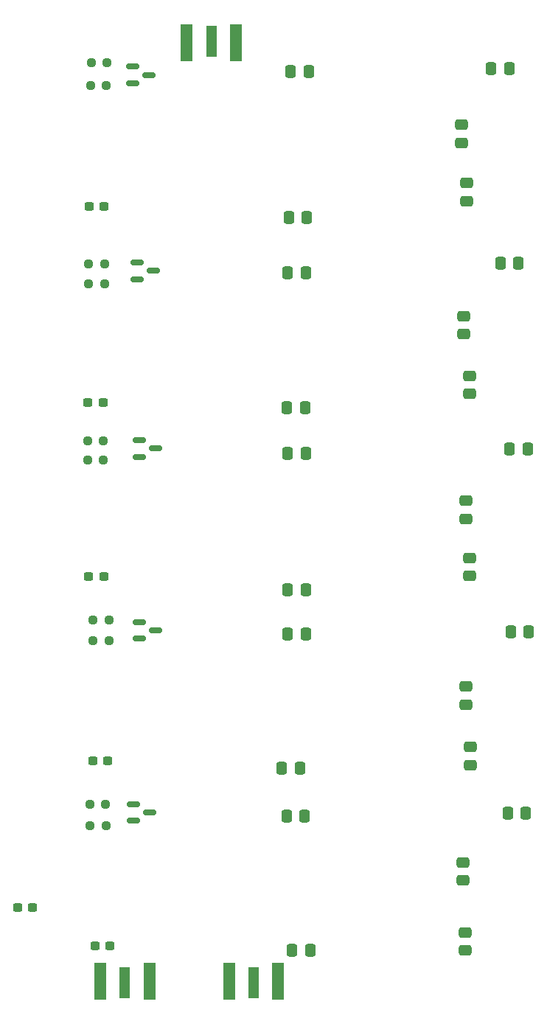
<source format=gbr>
%TF.GenerationSoftware,KiCad,Pcbnew,(6.0.2)*%
%TF.CreationDate,2022-11-12T12:21:54-08:00*%
%TF.ProjectId,cwaz_lpf,6377617a-5f6c-4706-962e-6b696361645f,rev?*%
%TF.SameCoordinates,Original*%
%TF.FileFunction,Paste,Top*%
%TF.FilePolarity,Positive*%
%FSLAX46Y46*%
G04 Gerber Fmt 4.6, Leading zero omitted, Abs format (unit mm)*
G04 Created by KiCad (PCBNEW (6.0.2)) date 2022-11-12 12:21:54*
%MOMM*%
%LPD*%
G01*
G04 APERTURE LIST*
G04 Aperture macros list*
%AMRoundRect*
0 Rectangle with rounded corners*
0 $1 Rounding radius*
0 $2 $3 $4 $5 $6 $7 $8 $9 X,Y pos of 4 corners*
0 Add a 4 corners polygon primitive as box body*
4,1,4,$2,$3,$4,$5,$6,$7,$8,$9,$2,$3,0*
0 Add four circle primitives for the rounded corners*
1,1,$1+$1,$2,$3*
1,1,$1+$1,$4,$5*
1,1,$1+$1,$6,$7*
1,1,$1+$1,$8,$9*
0 Add four rect primitives between the rounded corners*
20,1,$1+$1,$2,$3,$4,$5,0*
20,1,$1+$1,$4,$5,$6,$7,0*
20,1,$1+$1,$6,$7,$8,$9,0*
20,1,$1+$1,$8,$9,$2,$3,0*%
G04 Aperture macros list end*
%ADD10RoundRect,0.250000X0.337500X0.475000X-0.337500X0.475000X-0.337500X-0.475000X0.337500X-0.475000X0*%
%ADD11RoundRect,0.150000X-0.587500X-0.150000X0.587500X-0.150000X0.587500X0.150000X-0.587500X0.150000X0*%
%ADD12RoundRect,0.237500X0.250000X0.237500X-0.250000X0.237500X-0.250000X-0.237500X0.250000X-0.237500X0*%
%ADD13RoundRect,0.250000X-0.475000X0.337500X-0.475000X-0.337500X0.475000X-0.337500X0.475000X0.337500X0*%
%ADD14RoundRect,0.237500X0.300000X0.237500X-0.300000X0.237500X-0.300000X-0.237500X0.300000X-0.237500X0*%
%ADD15R,1.270000X3.600000*%
%ADD16R,1.350000X4.200000*%
%ADD17RoundRect,0.250000X-0.337500X-0.475000X0.337500X-0.475000X0.337500X0.475000X-0.337500X0.475000X0*%
%ADD18RoundRect,0.250000X0.475000X-0.337500X0.475000X0.337500X-0.475000X0.337500X-0.475000X-0.337500X0*%
G04 APERTURE END LIST*
D10*
%TO.C,C5*%
X114337500Y-84500000D03*
X112262500Y-84500000D03*
%TD*%
D11*
%TO.C,Q1*%
X94525000Y-45350000D03*
X94525000Y-47250000D03*
X96400000Y-46300000D03*
%TD*%
D12*
%TO.C,R2*%
X91325000Y-68000000D03*
X89500000Y-68000000D03*
%TD*%
%TO.C,R1*%
X91612500Y-44900000D03*
X89787500Y-44900000D03*
%TD*%
D11*
%TO.C,Q3*%
X95325000Y-88250000D03*
X95325000Y-90150000D03*
X97200000Y-89200000D03*
%TD*%
D13*
%TO.C,C8*%
X133200000Y-80862500D03*
X133200000Y-82937500D03*
%TD*%
D12*
%TO.C,R5*%
X91312500Y-70300000D03*
X89487500Y-70300000D03*
%TD*%
D14*
%TO.C,C19*%
X83062500Y-141900000D03*
X81337500Y-141900000D03*
%TD*%
D11*
%TO.C,Q4*%
X95325000Y-109150000D03*
X95325000Y-111050000D03*
X97200000Y-110100000D03*
%TD*%
D10*
%TO.C,C17*%
X114400000Y-69000000D03*
X112325000Y-69000000D03*
%TD*%
D12*
%TO.C,R3*%
X91175000Y-88300000D03*
X89350000Y-88300000D03*
%TD*%
D14*
%TO.C,C21*%
X91937500Y-146300000D03*
X90212500Y-146300000D03*
%TD*%
D15*
%TO.C,J9*%
X93625000Y-150600000D03*
D16*
X96450000Y-150400000D03*
X90800000Y-150400000D03*
%TD*%
D11*
%TO.C,Q5*%
X94600000Y-130050000D03*
X94600000Y-131950000D03*
X96475000Y-131000000D03*
%TD*%
D12*
%TO.C,R6*%
X91175000Y-90500000D03*
X89350000Y-90500000D03*
%TD*%
D17*
%TO.C,C29*%
X137600000Y-131100000D03*
X139675000Y-131100000D03*
%TD*%
D10*
%TO.C,C22*%
X113737500Y-125900000D03*
X111662500Y-125900000D03*
%TD*%
D17*
%TO.C,C13*%
X135700000Y-45600000D03*
X137775000Y-45600000D03*
%TD*%
D15*
%TO.C,J3*%
X108425000Y-150600000D03*
D16*
X111250000Y-150400000D03*
X105600000Y-150400000D03*
%TD*%
D14*
%TO.C,C1*%
X91262500Y-61400000D03*
X89537500Y-61400000D03*
%TD*%
D18*
%TO.C,C11*%
X132567000Y-76059500D03*
X132567000Y-73984500D03*
%TD*%
D12*
%TO.C,R9*%
X91812500Y-111300000D03*
X89987500Y-111300000D03*
%TD*%
D10*
%TO.C,C6*%
X114400000Y-105400000D03*
X112325000Y-105400000D03*
%TD*%
%TO.C,C4*%
X114537500Y-62700000D03*
X112462500Y-62700000D03*
%TD*%
D12*
%TO.C,R4*%
X91512500Y-47500000D03*
X89687500Y-47500000D03*
%TD*%
%TO.C,R8*%
X91450000Y-130100000D03*
X89625000Y-130100000D03*
%TD*%
D10*
%TO.C,C16*%
X114737500Y-45900000D03*
X112662500Y-45900000D03*
%TD*%
D12*
%TO.C,R7*%
X91812500Y-108900000D03*
X89987500Y-108900000D03*
%TD*%
D14*
%TO.C,C3*%
X91225000Y-103900000D03*
X89500000Y-103900000D03*
%TD*%
D18*
%TO.C,C12*%
X132821000Y-97290000D03*
X132821000Y-95215000D03*
%TD*%
D15*
%TO.C,J4*%
X103575000Y-42400000D03*
D16*
X100750000Y-42600000D03*
X106400000Y-42600000D03*
%TD*%
D10*
%TO.C,C23*%
X114937500Y-146800000D03*
X112862500Y-146800000D03*
%TD*%
%TO.C,C18*%
X114437500Y-89800000D03*
X112362500Y-89800000D03*
%TD*%
D18*
%TO.C,C26*%
X132821000Y-118604500D03*
X132821000Y-116529500D03*
%TD*%
D13*
%TO.C,C7*%
X132900000Y-58725000D03*
X132900000Y-60800000D03*
%TD*%
D14*
%TO.C,C20*%
X91662500Y-125100000D03*
X89937500Y-125100000D03*
%TD*%
D10*
%TO.C,C31*%
X114275000Y-131400000D03*
X112200000Y-131400000D03*
%TD*%
D13*
%TO.C,C9*%
X133262500Y-101762500D03*
X133262500Y-103837500D03*
%TD*%
D18*
%TO.C,C27*%
X132440000Y-138797500D03*
X132440000Y-136722500D03*
%TD*%
D17*
%TO.C,C14*%
X136762500Y-67900000D03*
X138837500Y-67900000D03*
%TD*%
D13*
%TO.C,C25*%
X132700000Y-144762500D03*
X132700000Y-146837500D03*
%TD*%
D11*
%TO.C,Q2*%
X95062500Y-67850000D03*
X95062500Y-69750000D03*
X96937500Y-68800000D03*
%TD*%
D18*
%TO.C,C10*%
X132313000Y-54088500D03*
X132313000Y-52013500D03*
%TD*%
D17*
%TO.C,C28*%
X137962500Y-110300000D03*
X140037500Y-110300000D03*
%TD*%
D12*
%TO.C,R10*%
X91462500Y-132500000D03*
X89637500Y-132500000D03*
%TD*%
D17*
%TO.C,C15*%
X137825000Y-89300000D03*
X139900000Y-89300000D03*
%TD*%
D14*
%TO.C,C2*%
X91125000Y-83900000D03*
X89400000Y-83900000D03*
%TD*%
D13*
%TO.C,C24*%
X133300000Y-123500000D03*
X133300000Y-125575000D03*
%TD*%
D10*
%TO.C,C30*%
X114437500Y-110500000D03*
X112362500Y-110500000D03*
%TD*%
M02*

</source>
